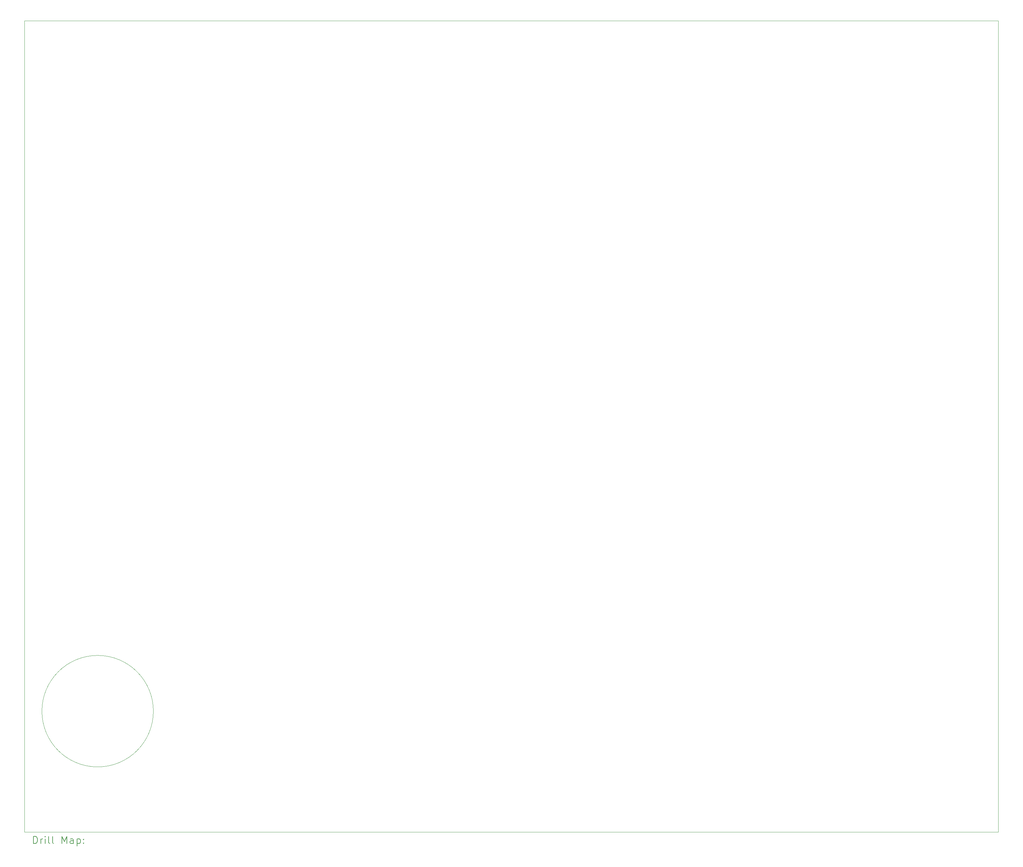
<source format=gbr>
%TF.GenerationSoftware,KiCad,Pcbnew,7.0.2-0*%
%TF.CreationDate,2023-11-13T20:51:34-05:00*%
%TF.ProjectId,Bridge System On Ramp,42726964-6765-4205-9379-7374656d204f,rev?*%
%TF.SameCoordinates,Original*%
%TF.FileFunction,Drillmap*%
%TF.FilePolarity,Positive*%
%FSLAX45Y45*%
G04 Gerber Fmt 4.5, Leading zero omitted, Abs format (unit mm)*
G04 Created by KiCad (PCBNEW 7.0.2-0) date 2023-11-13 20:51:34*
%MOMM*%
%LPD*%
G01*
G04 APERTURE LIST*
%ADD10C,0.100000*%
%ADD11C,0.200000*%
G04 APERTURE END LIST*
D10*
X1270160Y-12954000D02*
G75*
G03*
X1270160Y-12954000I-1524160J0D01*
G01*
X-2253768Y5925846D02*
X24384000Y5925846D01*
X24384000Y-16256000D01*
X-2253768Y-16256000D01*
X-2253768Y5925846D01*
D11*
X-2011149Y-16573524D02*
X-2011149Y-16373524D01*
X-2011149Y-16373524D02*
X-1963530Y-16373524D01*
X-1963530Y-16373524D02*
X-1934958Y-16383048D01*
X-1934958Y-16383048D02*
X-1915911Y-16402095D01*
X-1915911Y-16402095D02*
X-1906387Y-16421143D01*
X-1906387Y-16421143D02*
X-1896863Y-16459238D01*
X-1896863Y-16459238D02*
X-1896863Y-16487809D01*
X-1896863Y-16487809D02*
X-1906387Y-16525905D01*
X-1906387Y-16525905D02*
X-1915911Y-16544952D01*
X-1915911Y-16544952D02*
X-1934958Y-16564000D01*
X-1934958Y-16564000D02*
X-1963530Y-16573524D01*
X-1963530Y-16573524D02*
X-2011149Y-16573524D01*
X-1811149Y-16573524D02*
X-1811149Y-16440190D01*
X-1811149Y-16478286D02*
X-1801625Y-16459238D01*
X-1801625Y-16459238D02*
X-1792101Y-16449714D01*
X-1792101Y-16449714D02*
X-1773054Y-16440190D01*
X-1773054Y-16440190D02*
X-1754006Y-16440190D01*
X-1687339Y-16573524D02*
X-1687339Y-16440190D01*
X-1687339Y-16373524D02*
X-1696863Y-16383048D01*
X-1696863Y-16383048D02*
X-1687339Y-16392571D01*
X-1687339Y-16392571D02*
X-1677816Y-16383048D01*
X-1677816Y-16383048D02*
X-1687339Y-16373524D01*
X-1687339Y-16373524D02*
X-1687339Y-16392571D01*
X-1563530Y-16573524D02*
X-1582578Y-16564000D01*
X-1582578Y-16564000D02*
X-1592101Y-16544952D01*
X-1592101Y-16544952D02*
X-1592101Y-16373524D01*
X-1458768Y-16573524D02*
X-1477816Y-16564000D01*
X-1477816Y-16564000D02*
X-1487339Y-16544952D01*
X-1487339Y-16544952D02*
X-1487339Y-16373524D01*
X-1230197Y-16573524D02*
X-1230197Y-16373524D01*
X-1230197Y-16373524D02*
X-1163530Y-16516381D01*
X-1163530Y-16516381D02*
X-1096863Y-16373524D01*
X-1096863Y-16373524D02*
X-1096863Y-16573524D01*
X-915911Y-16573524D02*
X-915911Y-16468762D01*
X-915911Y-16468762D02*
X-925435Y-16449714D01*
X-925435Y-16449714D02*
X-944482Y-16440190D01*
X-944482Y-16440190D02*
X-982578Y-16440190D01*
X-982578Y-16440190D02*
X-1001625Y-16449714D01*
X-915911Y-16564000D02*
X-934958Y-16573524D01*
X-934958Y-16573524D02*
X-982578Y-16573524D01*
X-982578Y-16573524D02*
X-1001625Y-16564000D01*
X-1001625Y-16564000D02*
X-1011149Y-16544952D01*
X-1011149Y-16544952D02*
X-1011149Y-16525905D01*
X-1011149Y-16525905D02*
X-1001625Y-16506857D01*
X-1001625Y-16506857D02*
X-982578Y-16497333D01*
X-982578Y-16497333D02*
X-934958Y-16497333D01*
X-934958Y-16497333D02*
X-915911Y-16487809D01*
X-820673Y-16440190D02*
X-820673Y-16640190D01*
X-820673Y-16449714D02*
X-801625Y-16440190D01*
X-801625Y-16440190D02*
X-763530Y-16440190D01*
X-763530Y-16440190D02*
X-744482Y-16449714D01*
X-744482Y-16449714D02*
X-734958Y-16459238D01*
X-734958Y-16459238D02*
X-725435Y-16478286D01*
X-725435Y-16478286D02*
X-725435Y-16535428D01*
X-725435Y-16535428D02*
X-734958Y-16554476D01*
X-734958Y-16554476D02*
X-744482Y-16564000D01*
X-744482Y-16564000D02*
X-763530Y-16573524D01*
X-763530Y-16573524D02*
X-801625Y-16573524D01*
X-801625Y-16573524D02*
X-820673Y-16564000D01*
X-639720Y-16554476D02*
X-630197Y-16564000D01*
X-630197Y-16564000D02*
X-639720Y-16573524D01*
X-639720Y-16573524D02*
X-649244Y-16564000D01*
X-649244Y-16564000D02*
X-639720Y-16554476D01*
X-639720Y-16554476D02*
X-639720Y-16573524D01*
X-639720Y-16449714D02*
X-630197Y-16459238D01*
X-630197Y-16459238D02*
X-639720Y-16468762D01*
X-639720Y-16468762D02*
X-649244Y-16459238D01*
X-649244Y-16459238D02*
X-639720Y-16449714D01*
X-639720Y-16449714D02*
X-639720Y-16468762D01*
M02*

</source>
